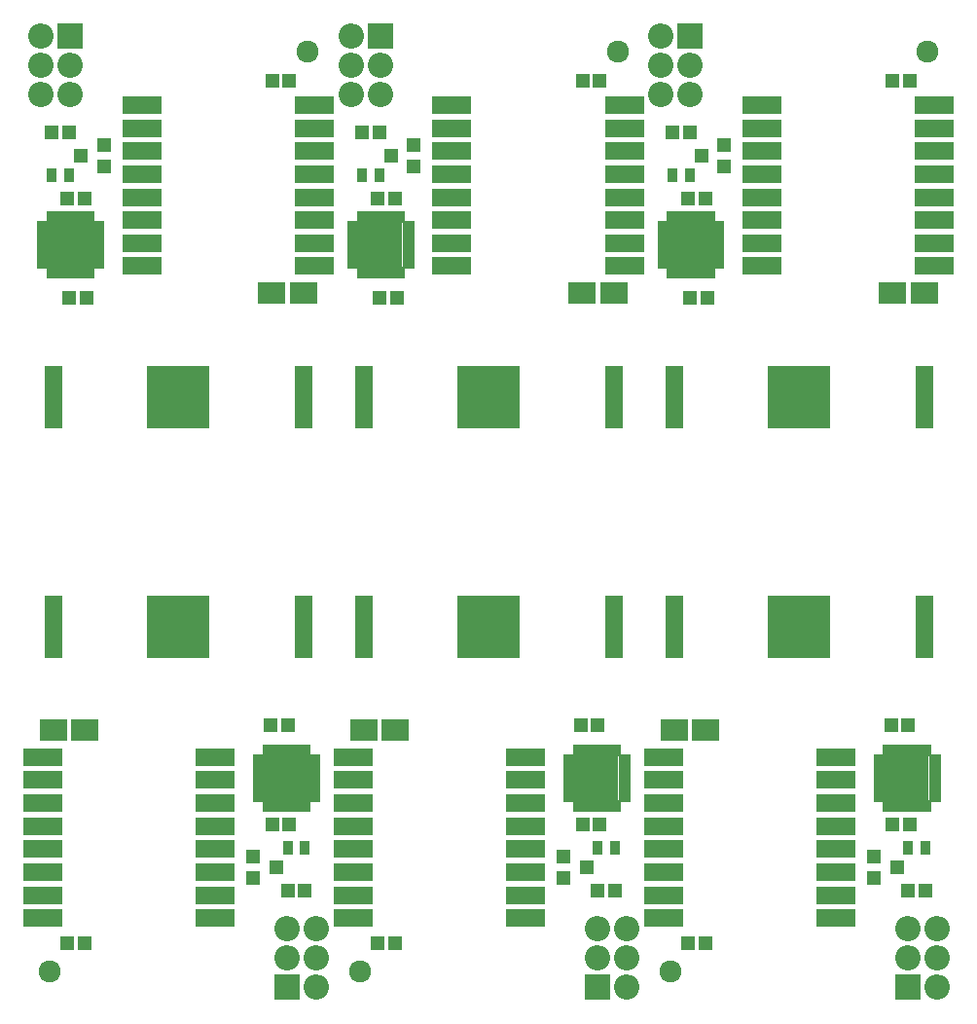
<source format=gbr>
G04 #@! TF.FileFunction,Soldermask,Bot*
%FSLAX46Y46*%
G04 Gerber Fmt 4.6, Leading zero omitted, Abs format (unit mm)*
G04 Created by KiCad (PCBNEW 4.0.6-e0-6349~52~ubuntu16.10.1) date Sat Apr 29 12:35:10 2017*
%MOMM*%
%LPD*%
G01*
G04 APERTURE LIST*
%ADD10C,0.100000*%
%ADD11C,1.924000*%
%ADD12R,1.550000X5.480000*%
%ADD13R,5.480000X5.480000*%
%ADD14R,2.350000X1.900000*%
%ADD15R,1.200000X1.150000*%
%ADD16R,2.200000X2.200000*%
%ADD17O,2.200000X2.200000*%
%ADD18R,1.300000X1.200000*%
%ADD19R,0.900000X1.300000*%
%ADD20R,0.650000X1.100000*%
%ADD21R,1.100000X0.650000*%
%ADD22R,2.125000X2.125000*%
%ADD23R,3.399740X1.598880*%
G04 APERTURE END LIST*
D10*
D11*
X242800000Y-140000000D03*
D12*
X264875000Y-110000000D03*
X243125000Y-110000000D03*
D13*
X254000000Y-110000000D03*
D14*
X245875000Y-119000000D03*
X243125000Y-119000000D03*
D15*
X263650000Y-127225000D03*
X262150000Y-127225000D03*
X263500000Y-118600000D03*
X262000000Y-118600000D03*
D16*
X263460000Y-141340000D03*
D17*
X266000000Y-141340000D03*
X263460000Y-138800000D03*
X266000000Y-138800000D03*
X263460000Y-136260000D03*
X266000000Y-136260000D03*
D18*
X260500000Y-131900000D03*
X260500000Y-130000000D03*
X262500000Y-130950000D03*
D15*
X244350000Y-137500000D03*
X245850000Y-137500000D03*
X265000000Y-133000000D03*
X263500000Y-133000000D03*
D19*
X263500000Y-129250000D03*
X265000000Y-129250000D03*
D20*
X265150000Y-125600000D03*
X264650000Y-125600000D03*
X264150000Y-125600000D03*
X263650000Y-125600000D03*
X263150000Y-125600000D03*
X262650000Y-125600000D03*
X262150000Y-125600000D03*
X261650000Y-125600000D03*
D21*
X261000000Y-124950000D03*
X261000000Y-124450000D03*
X261000000Y-123950000D03*
X261000000Y-123450000D03*
X261000000Y-122950000D03*
X261000000Y-122450000D03*
X261000000Y-121950000D03*
X261000000Y-121450000D03*
D20*
X261650000Y-120800000D03*
X262150000Y-120800000D03*
X262650000Y-120800000D03*
X263150000Y-120800000D03*
X263650000Y-120800000D03*
X264150000Y-120800000D03*
X264650000Y-120800000D03*
X265150000Y-120800000D03*
D21*
X265800000Y-121450000D03*
X265800000Y-121950000D03*
X265800000Y-122450000D03*
X265800000Y-122950000D03*
X265800000Y-123450000D03*
X265800000Y-123950000D03*
X265800000Y-124450000D03*
X265800000Y-124950000D03*
D22*
X262537500Y-122337500D03*
X264262500Y-122337500D03*
X262537500Y-124062500D03*
X264262500Y-124062500D03*
D23*
X257198080Y-121352300D03*
X257198080Y-123351280D03*
X257198080Y-125350260D03*
X257198080Y-127351780D03*
X257198080Y-129348220D03*
X257198080Y-131349740D03*
X257198080Y-133348720D03*
X257198080Y-135347700D03*
X242201920Y-135347700D03*
X242201920Y-133348720D03*
X242201920Y-131349740D03*
X242201920Y-129348220D03*
X242201920Y-127351780D03*
X242201920Y-125350260D03*
X242201920Y-123351280D03*
X242201920Y-121352300D03*
D11*
X215800000Y-140000000D03*
X188800000Y-140000000D03*
D20*
X238150000Y-125600000D03*
X237650000Y-125600000D03*
X237150000Y-125600000D03*
X236650000Y-125600000D03*
X236150000Y-125600000D03*
X235650000Y-125600000D03*
X235150000Y-125600000D03*
X234650000Y-125600000D03*
D21*
X234000000Y-124950000D03*
X234000000Y-124450000D03*
X234000000Y-123950000D03*
X234000000Y-123450000D03*
X234000000Y-122950000D03*
X234000000Y-122450000D03*
X234000000Y-121950000D03*
X234000000Y-121450000D03*
D20*
X234650000Y-120800000D03*
X235150000Y-120800000D03*
X235650000Y-120800000D03*
X236150000Y-120800000D03*
X236650000Y-120800000D03*
X237150000Y-120800000D03*
X237650000Y-120800000D03*
X238150000Y-120800000D03*
D21*
X238800000Y-121450000D03*
X238800000Y-121950000D03*
X238800000Y-122450000D03*
X238800000Y-122950000D03*
X238800000Y-123450000D03*
X238800000Y-123950000D03*
X238800000Y-124450000D03*
X238800000Y-124950000D03*
D22*
X235537500Y-122337500D03*
X237262500Y-122337500D03*
X235537500Y-124062500D03*
X237262500Y-124062500D03*
D20*
X211150000Y-125600000D03*
X210650000Y-125600000D03*
X210150000Y-125600000D03*
X209650000Y-125600000D03*
X209150000Y-125600000D03*
X208650000Y-125600000D03*
X208150000Y-125600000D03*
X207650000Y-125600000D03*
D21*
X207000000Y-124950000D03*
X207000000Y-124450000D03*
X207000000Y-123950000D03*
X207000000Y-123450000D03*
X207000000Y-122950000D03*
X207000000Y-122450000D03*
X207000000Y-121950000D03*
X207000000Y-121450000D03*
D20*
X207650000Y-120800000D03*
X208150000Y-120800000D03*
X208650000Y-120800000D03*
X209150000Y-120800000D03*
X209650000Y-120800000D03*
X210150000Y-120800000D03*
X210650000Y-120800000D03*
X211150000Y-120800000D03*
D21*
X211800000Y-121450000D03*
X211800000Y-121950000D03*
X211800000Y-122450000D03*
X211800000Y-122950000D03*
X211800000Y-123450000D03*
X211800000Y-123950000D03*
X211800000Y-124450000D03*
X211800000Y-124950000D03*
D22*
X208537500Y-122337500D03*
X210262500Y-122337500D03*
X208537500Y-124062500D03*
X210262500Y-124062500D03*
D23*
X230198080Y-121352300D03*
X230198080Y-123351280D03*
X230198080Y-125350260D03*
X230198080Y-127351780D03*
X230198080Y-129348220D03*
X230198080Y-131349740D03*
X230198080Y-133348720D03*
X230198080Y-135347700D03*
X215201920Y-135347700D03*
X215201920Y-133348720D03*
X215201920Y-131349740D03*
X215201920Y-129348220D03*
X215201920Y-127351780D03*
X215201920Y-125350260D03*
X215201920Y-123351280D03*
X215201920Y-121352300D03*
X203198080Y-121352300D03*
X203198080Y-123351280D03*
X203198080Y-125350260D03*
X203198080Y-127351780D03*
X203198080Y-129348220D03*
X203198080Y-131349740D03*
X203198080Y-133348720D03*
X203198080Y-135347700D03*
X188201920Y-135347700D03*
X188201920Y-133348720D03*
X188201920Y-131349740D03*
X188201920Y-129348220D03*
X188201920Y-127351780D03*
X188201920Y-125350260D03*
X188201920Y-123351280D03*
X188201920Y-121352300D03*
D16*
X236460000Y-141340000D03*
D17*
X239000000Y-141340000D03*
X236460000Y-138800000D03*
X239000000Y-138800000D03*
X236460000Y-136260000D03*
X239000000Y-136260000D03*
D16*
X209460000Y-141340000D03*
D17*
X212000000Y-141340000D03*
X209460000Y-138800000D03*
X212000000Y-138800000D03*
X209460000Y-136260000D03*
X212000000Y-136260000D03*
D15*
X217350000Y-137500000D03*
X218850000Y-137500000D03*
X190350000Y-137500000D03*
X191850000Y-137500000D03*
X238000000Y-133000000D03*
X236500000Y-133000000D03*
X211000000Y-133000000D03*
X209500000Y-133000000D03*
D18*
X233500000Y-131900000D03*
X233500000Y-130000000D03*
X235500000Y-130950000D03*
X206500000Y-131900000D03*
X206500000Y-130000000D03*
X208500000Y-130950000D03*
D19*
X236500000Y-129250000D03*
X238000000Y-129250000D03*
X209500000Y-129250000D03*
X211000000Y-129250000D03*
D15*
X236500000Y-118600000D03*
X235000000Y-118600000D03*
X209500000Y-118600000D03*
X208000000Y-118600000D03*
X236650000Y-127225000D03*
X235150000Y-127225000D03*
X209650000Y-127225000D03*
X208150000Y-127225000D03*
D14*
X218875000Y-119000000D03*
X216125000Y-119000000D03*
X191875000Y-119000000D03*
X189125000Y-119000000D03*
D12*
X237875000Y-110000000D03*
X216125000Y-110000000D03*
D13*
X227000000Y-110000000D03*
D12*
X210875000Y-110000000D03*
X189125000Y-110000000D03*
D13*
X200000000Y-110000000D03*
D12*
X243125000Y-90000000D03*
X264875000Y-90000000D03*
D13*
X254000000Y-90000000D03*
D12*
X216125000Y-90000000D03*
X237875000Y-90000000D03*
D13*
X227000000Y-90000000D03*
D14*
X262125000Y-81000000D03*
X264875000Y-81000000D03*
X235125000Y-81000000D03*
X237875000Y-81000000D03*
D15*
X244350000Y-72775000D03*
X245850000Y-72775000D03*
X217350000Y-72775000D03*
X218850000Y-72775000D03*
X244500000Y-81400000D03*
X246000000Y-81400000D03*
X217500000Y-81400000D03*
X219000000Y-81400000D03*
D19*
X244500000Y-70750000D03*
X243000000Y-70750000D03*
X217500000Y-70750000D03*
X216000000Y-70750000D03*
D18*
X247500000Y-68100000D03*
X247500000Y-70000000D03*
X245500000Y-69050000D03*
X220500000Y-68100000D03*
X220500000Y-70000000D03*
X218500000Y-69050000D03*
D15*
X243000000Y-67000000D03*
X244500000Y-67000000D03*
X216000000Y-67000000D03*
X217500000Y-67000000D03*
X263650000Y-62500000D03*
X262150000Y-62500000D03*
X236650000Y-62500000D03*
X235150000Y-62500000D03*
D16*
X244540000Y-58660000D03*
D17*
X242000000Y-58660000D03*
X244540000Y-61200000D03*
X242000000Y-61200000D03*
X244540000Y-63740000D03*
X242000000Y-63740000D03*
D16*
X217540000Y-58660000D03*
D17*
X215000000Y-58660000D03*
X217540000Y-61200000D03*
X215000000Y-61200000D03*
X217540000Y-63740000D03*
X215000000Y-63740000D03*
D23*
X250801920Y-78647700D03*
X250801920Y-76648720D03*
X250801920Y-74649740D03*
X250801920Y-72648220D03*
X250801920Y-70651780D03*
X250801920Y-68650260D03*
X250801920Y-66651280D03*
X250801920Y-64652300D03*
X265798080Y-64652300D03*
X265798080Y-66651280D03*
X265798080Y-68650260D03*
X265798080Y-70651780D03*
X265798080Y-72648220D03*
X265798080Y-74649740D03*
X265798080Y-76648720D03*
X265798080Y-78647700D03*
X223801920Y-78647700D03*
X223801920Y-76648720D03*
X223801920Y-74649740D03*
X223801920Y-72648220D03*
X223801920Y-70651780D03*
X223801920Y-68650260D03*
X223801920Y-66651280D03*
X223801920Y-64652300D03*
X238798080Y-64652300D03*
X238798080Y-66651280D03*
X238798080Y-68650260D03*
X238798080Y-70651780D03*
X238798080Y-72648220D03*
X238798080Y-74649740D03*
X238798080Y-76648720D03*
X238798080Y-78647700D03*
D20*
X242850000Y-74400000D03*
X243350000Y-74400000D03*
X243850000Y-74400000D03*
X244350000Y-74400000D03*
X244850000Y-74400000D03*
X245350000Y-74400000D03*
X245850000Y-74400000D03*
X246350000Y-74400000D03*
D21*
X247000000Y-75050000D03*
X247000000Y-75550000D03*
X247000000Y-76050000D03*
X247000000Y-76550000D03*
X247000000Y-77050000D03*
X247000000Y-77550000D03*
X247000000Y-78050000D03*
X247000000Y-78550000D03*
D20*
X246350000Y-79200000D03*
X245850000Y-79200000D03*
X245350000Y-79200000D03*
X244850000Y-79200000D03*
X244350000Y-79200000D03*
X243850000Y-79200000D03*
X243350000Y-79200000D03*
X242850000Y-79200000D03*
D21*
X242200000Y-78550000D03*
X242200000Y-78050000D03*
X242200000Y-77550000D03*
X242200000Y-77050000D03*
X242200000Y-76550000D03*
X242200000Y-76050000D03*
X242200000Y-75550000D03*
X242200000Y-75050000D03*
D22*
X245462500Y-77662500D03*
X243737500Y-77662500D03*
X245462500Y-75937500D03*
X243737500Y-75937500D03*
D20*
X215850000Y-74400000D03*
X216350000Y-74400000D03*
X216850000Y-74400000D03*
X217350000Y-74400000D03*
X217850000Y-74400000D03*
X218350000Y-74400000D03*
X218850000Y-74400000D03*
X219350000Y-74400000D03*
D21*
X220000000Y-75050000D03*
X220000000Y-75550000D03*
X220000000Y-76050000D03*
X220000000Y-76550000D03*
X220000000Y-77050000D03*
X220000000Y-77550000D03*
X220000000Y-78050000D03*
X220000000Y-78550000D03*
D20*
X219350000Y-79200000D03*
X218850000Y-79200000D03*
X218350000Y-79200000D03*
X217850000Y-79200000D03*
X217350000Y-79200000D03*
X216850000Y-79200000D03*
X216350000Y-79200000D03*
X215850000Y-79200000D03*
D21*
X215200000Y-78550000D03*
X215200000Y-78050000D03*
X215200000Y-77550000D03*
X215200000Y-77050000D03*
X215200000Y-76550000D03*
X215200000Y-76050000D03*
X215200000Y-75550000D03*
X215200000Y-75050000D03*
D22*
X218462500Y-77662500D03*
X216737500Y-77662500D03*
X218462500Y-75937500D03*
X216737500Y-75937500D03*
D11*
X265200000Y-60000000D03*
X238200000Y-60000000D03*
D23*
X196801920Y-78647700D03*
X196801920Y-76648720D03*
X196801920Y-74649740D03*
X196801920Y-72648220D03*
X196801920Y-70651780D03*
X196801920Y-68650260D03*
X196801920Y-66651280D03*
X196801920Y-64652300D03*
X211798080Y-64652300D03*
X211798080Y-66651280D03*
X211798080Y-68650260D03*
X211798080Y-70651780D03*
X211798080Y-72648220D03*
X211798080Y-74649740D03*
X211798080Y-76648720D03*
X211798080Y-78647700D03*
D20*
X188850000Y-74400000D03*
X189350000Y-74400000D03*
X189850000Y-74400000D03*
X190350000Y-74400000D03*
X190850000Y-74400000D03*
X191350000Y-74400000D03*
X191850000Y-74400000D03*
X192350000Y-74400000D03*
D21*
X193000000Y-75050000D03*
X193000000Y-75550000D03*
X193000000Y-76050000D03*
X193000000Y-76550000D03*
X193000000Y-77050000D03*
X193000000Y-77550000D03*
X193000000Y-78050000D03*
X193000000Y-78550000D03*
D20*
X192350000Y-79200000D03*
X191850000Y-79200000D03*
X191350000Y-79200000D03*
X190850000Y-79200000D03*
X190350000Y-79200000D03*
X189850000Y-79200000D03*
X189350000Y-79200000D03*
X188850000Y-79200000D03*
D21*
X188200000Y-78550000D03*
X188200000Y-78050000D03*
X188200000Y-77550000D03*
X188200000Y-77050000D03*
X188200000Y-76550000D03*
X188200000Y-76050000D03*
X188200000Y-75550000D03*
X188200000Y-75050000D03*
D22*
X191462500Y-77662500D03*
X189737500Y-77662500D03*
X191462500Y-75937500D03*
X189737500Y-75937500D03*
D19*
X190500000Y-70750000D03*
X189000000Y-70750000D03*
D15*
X189000000Y-67000000D03*
X190500000Y-67000000D03*
X209650000Y-62500000D03*
X208150000Y-62500000D03*
D18*
X193500000Y-68100000D03*
X193500000Y-70000000D03*
X191500000Y-69050000D03*
D16*
X190540000Y-58660000D03*
D17*
X188000000Y-58660000D03*
X190540000Y-61200000D03*
X188000000Y-61200000D03*
X190540000Y-63740000D03*
X188000000Y-63740000D03*
D15*
X190500000Y-81400000D03*
X192000000Y-81400000D03*
X190350000Y-72775000D03*
X191850000Y-72775000D03*
D14*
X208125000Y-81000000D03*
X210875000Y-81000000D03*
D12*
X189125000Y-90000000D03*
X210875000Y-90000000D03*
D13*
X200000000Y-90000000D03*
D11*
X211200000Y-60000000D03*
M02*

</source>
